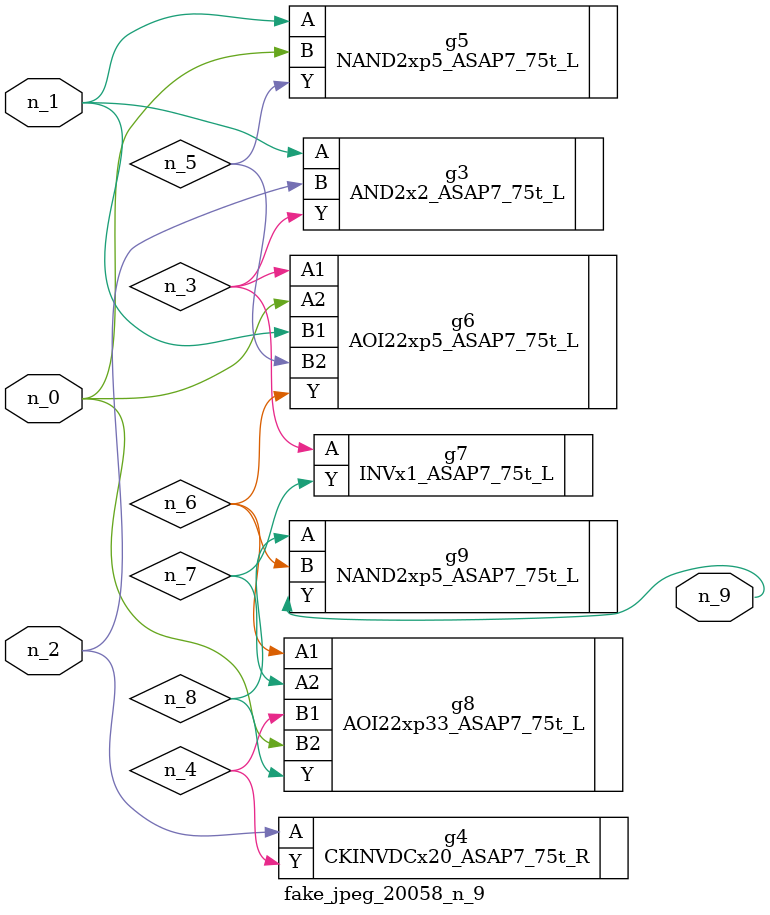
<source format=v>
module fake_jpeg_20058_n_9 (n_0, n_2, n_1, n_9);

input n_0;
input n_2;
input n_1;

output n_9;

wire n_3;
wire n_4;
wire n_8;
wire n_6;
wire n_5;
wire n_7;

AND2x2_ASAP7_75t_L g3 ( 
.A(n_1),
.B(n_2),
.Y(n_3)
);

CKINVDCx20_ASAP7_75t_R g4 ( 
.A(n_2),
.Y(n_4)
);

NAND2xp5_ASAP7_75t_L g5 ( 
.A(n_1),
.B(n_0),
.Y(n_5)
);

AOI22xp5_ASAP7_75t_L g6 ( 
.A1(n_3),
.A2(n_0),
.B1(n_1),
.B2(n_5),
.Y(n_6)
);

AOI22xp33_ASAP7_75t_L g8 ( 
.A1(n_6),
.A2(n_7),
.B1(n_4),
.B2(n_0),
.Y(n_8)
);

INVx1_ASAP7_75t_L g7 ( 
.A(n_3),
.Y(n_7)
);

NAND2xp5_ASAP7_75t_L g9 ( 
.A(n_8),
.B(n_6),
.Y(n_9)
);


endmodule
</source>
